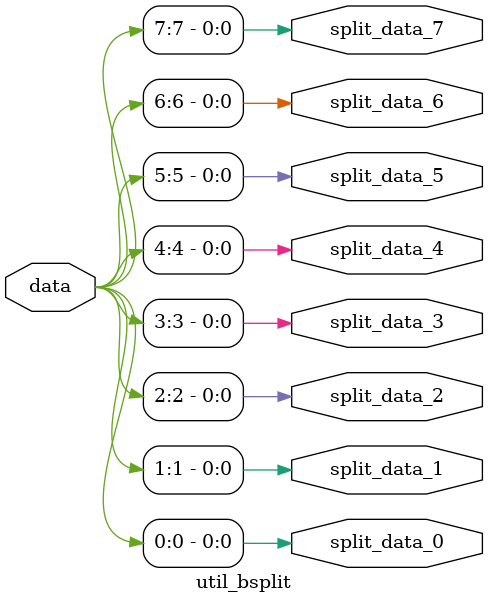
<source format=v>
module util_bsplit(	// file.cleaned.mlir:2:3
  input  [7:0] data,	// file.cleaned.mlir:2:29
  output       split_data_0,	// file.cleaned.mlir:2:45
               split_data_1,	// file.cleaned.mlir:2:68
               split_data_2,	// file.cleaned.mlir:2:91
               split_data_3,	// file.cleaned.mlir:2:114
               split_data_4,	// file.cleaned.mlir:2:137
               split_data_5,	// file.cleaned.mlir:2:160
               split_data_6,	// file.cleaned.mlir:2:183
               split_data_7	// file.cleaned.mlir:2:206
);

  assign split_data_0 = data[0];	// file.cleaned.mlir:3:10, :11:5
  assign split_data_1 = data[1];	// file.cleaned.mlir:4:10, :11:5
  assign split_data_2 = data[2];	// file.cleaned.mlir:5:10, :11:5
  assign split_data_3 = data[3];	// file.cleaned.mlir:6:10, :11:5
  assign split_data_4 = data[4];	// file.cleaned.mlir:7:10, :11:5
  assign split_data_5 = data[5];	// file.cleaned.mlir:8:10, :11:5
  assign split_data_6 = data[6];	// file.cleaned.mlir:9:10, :11:5
  assign split_data_7 = data[7];	// file.cleaned.mlir:10:10, :11:5
endmodule


</source>
